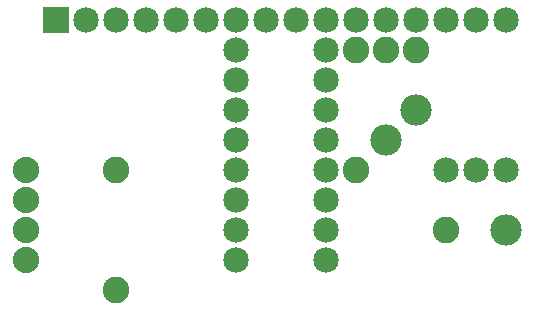
<source format=gts>
G04 MADE WITH FRITZING*
G04 WWW.FRITZING.ORG*
G04 DOUBLE SIDED*
G04 HOLES PLATED*
G04 CONTOUR ON CENTER OF CONTOUR VECTOR*
%ASAXBY*%
%FSLAX23Y23*%
%MOIN*%
%OFA0B0*%
%SFA1.0B1.0*%
%ADD10C,0.088740*%
%ADD11C,0.104488*%
%ADD12C,0.085000*%
%ADD13C,0.088000*%
%ADD14R,0.085000X0.085000*%
%ADD15C,0.030000*%
%LNMASK1*%
G90*
G70*
G54D10*
X1580Y395D03*
X1280Y595D03*
X1280Y995D03*
X1380Y995D03*
G54D11*
X1380Y695D03*
X1480Y795D03*
G54D10*
X1480Y995D03*
X480Y195D03*
X480Y595D03*
G54D11*
X1780Y395D03*
G54D12*
X1180Y295D03*
X880Y295D03*
X1180Y395D03*
X880Y395D03*
X1180Y495D03*
X880Y495D03*
X1180Y595D03*
X880Y595D03*
X1180Y695D03*
X880Y695D03*
X1180Y795D03*
X880Y795D03*
X1180Y895D03*
X880Y895D03*
X1180Y995D03*
X880Y995D03*
X1780Y595D03*
X1680Y595D03*
X1580Y595D03*
X280Y1095D03*
X380Y1095D03*
X480Y1095D03*
X580Y1095D03*
X680Y1095D03*
X780Y1095D03*
X880Y1095D03*
X980Y1095D03*
X1080Y1095D03*
X1180Y1095D03*
X1280Y1095D03*
X1380Y1095D03*
X1480Y1095D03*
X1580Y1095D03*
X1680Y1095D03*
X1780Y1095D03*
G54D13*
X180Y595D03*
X180Y495D03*
X180Y295D03*
X180Y395D03*
G54D14*
X279Y1096D03*
G54D15*
G36*
X1152Y268D02*
X1152Y323D01*
X1207Y323D01*
X1207Y268D01*
X1152Y268D01*
G37*
D02*
G04 End of Mask1*
M02*
</source>
